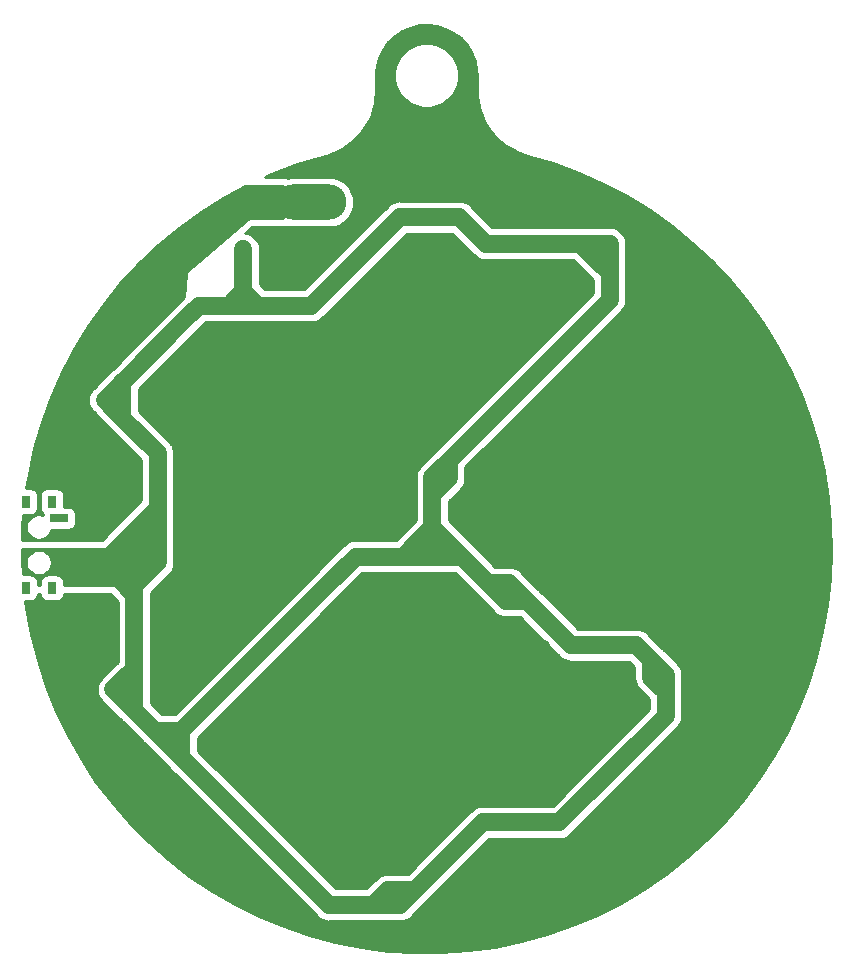
<source format=gbr>
%TF.GenerationSoftware,KiCad,Pcbnew,(5.1.10)-1*%
%TF.CreationDate,2021-10-17T16:42:44+02:00*%
%TF.ProjectId,TVZ_kuglica,54565a5f-6b75-4676-9c69-63612e6b6963,rev?*%
%TF.SameCoordinates,Original*%
%TF.FileFunction,Copper,L2,Bot*%
%TF.FilePolarity,Positive*%
%FSLAX46Y46*%
G04 Gerber Fmt 4.6, Leading zero omitted, Abs format (unit mm)*
G04 Created by KiCad (PCBNEW (5.1.10)-1) date 2021-10-17 16:42:44*
%MOMM*%
%LPD*%
G01*
G04 APERTURE LIST*
%TA.AperFunction,SMDPad,CuDef*%
%ADD10R,1.500000X0.700000*%
%TD*%
%TA.AperFunction,SMDPad,CuDef*%
%ADD11R,0.800000X1.000000*%
%TD*%
%TA.AperFunction,SMDPad,CuDef*%
%ADD12O,6.000000X3.000000*%
%TD*%
%TA.AperFunction,ViaPad*%
%ADD13C,0.800000*%
%TD*%
%TA.AperFunction,Conductor*%
%ADD14C,1.524000*%
%TD*%
%TA.AperFunction,Conductor*%
%ADD15C,0.762000*%
%TD*%
%TA.AperFunction,Conductor*%
%ADD16C,0.254000*%
%TD*%
%TA.AperFunction,Conductor*%
%ADD17C,0.100000*%
%TD*%
G04 APERTURE END LIST*
D10*
%TO.P,SW1,1*%
%TO.N,Net-(D1-Pad1)*%
X105930000Y-102000000D03*
%TO.P,SW1,2*%
%TO.N,VCC*%
X105930000Y-99000000D03*
%TO.P,SW1,3*%
%TO.N,Net-(SW1-Pad3)*%
X105930000Y-97500000D03*
D11*
%TO.P,SW1,*%
%TO.N,*%
X103070000Y-103400000D03*
X103070000Y-96100000D03*
X105280000Y-96100000D03*
X105280000Y-103400000D03*
%TD*%
D12*
%TO.P,BT1,1*%
%TO.N,VCC*%
X127250000Y-70750000D03*
%TO.P,BT1,2*%
%TO.N,GND*%
X146250000Y-70750000D03*
%TD*%
D13*
%TO.N,Net-(D1-Pad1)*%
X144000000Y-103000000D03*
X157250000Y-110750000D03*
X109750000Y-87500000D03*
X121500000Y-74750000D03*
X132500000Y-74250000D03*
X152500000Y-74250000D03*
X128500000Y-103250000D03*
X114250000Y-101250000D03*
X110500000Y-112000000D03*
X134750000Y-130250000D03*
X137500000Y-94000000D03*
%TO.N,GND*%
X155750000Y-76750000D03*
X130750000Y-73250000D03*
X120250000Y-84000000D03*
X126250000Y-93250000D03*
X120250000Y-105250000D03*
X127000000Y-101500000D03*
X112500000Y-118000000D03*
X118000000Y-110250000D03*
X138000000Y-112250000D03*
X149750000Y-117000000D03*
X147000000Y-108250000D03*
X165000000Y-105250000D03*
X161250000Y-117250000D03*
X155250000Y-97750000D03*
X157750000Y-90000000D03*
X143000000Y-99750000D03*
X161250000Y-110750000D03*
X132500000Y-103250000D03*
X148000000Y-103000000D03*
X114500000Y-112000000D03*
X118250000Y-101250000D03*
X113750000Y-87500000D03*
X136500000Y-74250000D03*
X156500000Y-74250000D03*
X125500000Y-74750000D03*
X134500000Y-132750000D03*
X122000000Y-129500000D03*
X138750000Y-130250000D03*
X141500000Y-94000000D03*
%TD*%
D14*
%TO.N,Net-(D1-Pad1)*%
X112250000Y-103250000D02*
X114250000Y-101250000D01*
X114250000Y-95250000D02*
X114250000Y-92000000D01*
X111250000Y-86000000D02*
X111375000Y-85875000D01*
X111375000Y-85875000D02*
X116750000Y-80500000D01*
X109750000Y-87500000D02*
X111375000Y-85875000D01*
X111250000Y-89000000D02*
X111250000Y-86000000D01*
X114250000Y-92000000D02*
X111250000Y-89000000D01*
X111250000Y-89000000D02*
X109750000Y-87500000D01*
X145500000Y-104500000D02*
X143750000Y-104500000D01*
X143750000Y-104500000D02*
X142250000Y-103000000D01*
X144000000Y-103000000D02*
X142250000Y-103000000D01*
X145500000Y-104500000D02*
X144000000Y-103000000D01*
X134750000Y-72000000D02*
X132500000Y-74250000D01*
X139750000Y-72000000D02*
X134750000Y-72000000D01*
X142000000Y-74250000D02*
X139750000Y-72000000D01*
X117750000Y-79500000D02*
X116750000Y-80500000D01*
X127250000Y-79500000D02*
X132500000Y-74250000D01*
X119500000Y-79500000D02*
X119000000Y-79500000D01*
X117750000Y-79500000D02*
X119500000Y-79500000D01*
X149250000Y-108250000D02*
X147750000Y-106750000D01*
X147750000Y-106750000D02*
X145500000Y-104500000D01*
X153000000Y-108250000D02*
X149250000Y-108250000D01*
X154750000Y-108250000D02*
X153000000Y-108250000D01*
X112250000Y-101250000D02*
X114250000Y-99250000D01*
X112250000Y-103250000D02*
X112250000Y-101250000D01*
X114250000Y-99250000D02*
X114250000Y-95250000D01*
X114250000Y-101250000D02*
X114250000Y-99250000D01*
X121500000Y-79250000D02*
X121750000Y-79500000D01*
X119500000Y-79500000D02*
X121750000Y-79500000D01*
X119500000Y-79500000D02*
X120250000Y-79500000D01*
X121500000Y-78250000D02*
X121500000Y-79250000D01*
X120250000Y-79500000D02*
X121500000Y-78250000D01*
X121500000Y-74750000D02*
X121500000Y-78250000D01*
X121500000Y-78250000D02*
X122750000Y-79500000D01*
X122750000Y-79500000D02*
X127250000Y-79500000D01*
X121750000Y-79500000D02*
X122750000Y-79500000D01*
X112250000Y-110250000D02*
X110500000Y-112000000D01*
X112250000Y-103250000D02*
X112250000Y-110250000D01*
X131000000Y-100750000D02*
X128500000Y-103250000D01*
X142250000Y-103000000D02*
X140000000Y-100750000D01*
X128500000Y-103250000D02*
X116250000Y-115500000D01*
X112250000Y-110250000D02*
X112250000Y-113750000D01*
X114000000Y-115500000D02*
X116250000Y-115500000D01*
X112250000Y-113750000D02*
X114000000Y-115500000D01*
X110500000Y-112000000D02*
X112250000Y-113750000D01*
X116250000Y-117750000D02*
X116625000Y-118125000D01*
X116250000Y-115500000D02*
X116250000Y-117750000D01*
X116625000Y-118125000D02*
X114000000Y-115500000D01*
X128750000Y-130250000D02*
X116625000Y-118125000D01*
X140000000Y-100750000D02*
X137500000Y-100750000D01*
X140000000Y-100750000D02*
X137500000Y-98250000D01*
X137500000Y-98250000D02*
X137500000Y-100750000D01*
X137500000Y-98250000D02*
X135000000Y-100750000D01*
X135000000Y-100750000D02*
X131000000Y-100750000D01*
X137500000Y-100750000D02*
X135000000Y-100750000D01*
X138875000Y-92625000D02*
X138875000Y-94125000D01*
X137500000Y-95500000D02*
X137500000Y-98250000D01*
X138875000Y-94125000D02*
X137500000Y-95500000D01*
X137500000Y-94000000D02*
X137500000Y-95500000D01*
X152500000Y-79000000D02*
X138875000Y-92625000D01*
X138875000Y-92625000D02*
X137500000Y-94000000D01*
X150250000Y-74250000D02*
X150250000Y-74500000D01*
X152500000Y-76750000D02*
X152500000Y-79000000D01*
X150250000Y-74500000D02*
X152500000Y-76750000D01*
X152500000Y-74250000D02*
X152500000Y-76750000D01*
X152500000Y-74250000D02*
X150250000Y-74250000D01*
X150250000Y-74250000D02*
X142000000Y-74250000D01*
X157250000Y-114250000D02*
X148250000Y-123250000D01*
X148250000Y-123250000D02*
X141750000Y-123250000D01*
X133750000Y-129000000D02*
X132500000Y-130250000D01*
X132500000Y-130250000D02*
X128750000Y-130250000D01*
X134750000Y-130250000D02*
X132500000Y-130250000D01*
X136000000Y-129000000D02*
X133750000Y-129000000D01*
X141750000Y-123250000D02*
X136000000Y-129000000D01*
X136000000Y-129000000D02*
X134750000Y-130250000D01*
X156000000Y-111000000D02*
X157250000Y-112250000D01*
X156000000Y-109500000D02*
X156000000Y-111000000D01*
X157250000Y-112250000D02*
X157250000Y-114250000D01*
X157250000Y-110750000D02*
X157250000Y-112250000D01*
X157250000Y-110750000D02*
X156000000Y-109500000D01*
X156000000Y-109500000D02*
X154750000Y-108250000D01*
D15*
%TO.N,VCC*%
X105930000Y-99000000D02*
X108750000Y-99000000D01*
X108750000Y-99000000D02*
X109750000Y-98000000D01*
X109750000Y-98000000D02*
X109750000Y-94000000D01*
X109750000Y-94000000D02*
X107250000Y-91500000D01*
X107250000Y-91500000D02*
X107250000Y-86000000D01*
X107250000Y-86000000D02*
X113500000Y-79750000D01*
X113500000Y-79750000D02*
X113500000Y-77000000D01*
X119750000Y-70750000D02*
X126500000Y-70750000D01*
X113500000Y-77000000D02*
X119750000Y-70750000D01*
%TD*%
D16*
%TO.N,GND*%
X137886138Y-55831059D02*
X138610388Y-56053867D01*
X139283738Y-56401409D01*
X139884901Y-56862699D01*
X140394872Y-57423149D01*
X140797540Y-58065057D01*
X141080170Y-58768122D01*
X141236190Y-59521513D01*
X141265000Y-60021169D01*
X141265001Y-61306272D01*
X141266298Y-61319440D01*
X141278413Y-61656049D01*
X141278863Y-61659632D01*
X141278707Y-61663242D01*
X141287438Y-61747410D01*
X141429908Y-62624862D01*
X141435629Y-62647269D01*
X141438736Y-62670183D01*
X141462234Y-62751474D01*
X141757835Y-63589830D01*
X141767433Y-63610870D01*
X141774549Y-63632871D01*
X141812059Y-63708691D01*
X141812071Y-63708717D01*
X141812077Y-63708725D01*
X142251461Y-64481476D01*
X142264630Y-64500478D01*
X142275533Y-64520879D01*
X142325894Y-64588881D01*
X142895182Y-65271616D01*
X142911512Y-65287990D01*
X142925851Y-65306132D01*
X142987458Y-65364142D01*
X143668651Y-65935276D01*
X143687625Y-65948502D01*
X143704950Y-65963817D01*
X143775855Y-66010000D01*
X144547423Y-66451478D01*
X144568436Y-66461133D01*
X144588200Y-66473139D01*
X144666163Y-66506036D01*
X145503715Y-66803905D01*
X145508021Y-66805017D01*
X145525587Y-66811299D01*
X145542755Y-66816572D01*
X147746053Y-67464098D01*
X149878711Y-68247813D01*
X151954729Y-69171140D01*
X153965017Y-70230036D01*
X155900673Y-71419812D01*
X157753239Y-72735268D01*
X159514561Y-74170616D01*
X161176886Y-75719540D01*
X162732884Y-77375207D01*
X164175738Y-79130360D01*
X165499106Y-80977290D01*
X166697162Y-82907865D01*
X167764630Y-84913581D01*
X168696830Y-86985643D01*
X169489658Y-89114933D01*
X170139624Y-91292080D01*
X170643873Y-93507517D01*
X171000188Y-95751501D01*
X171207004Y-98014175D01*
X171263407Y-100285560D01*
X171169153Y-102555700D01*
X170924654Y-104814605D01*
X170530986Y-107052337D01*
X169989882Y-109259064D01*
X169303718Y-111425077D01*
X168475512Y-113540851D01*
X167508906Y-115597090D01*
X166408155Y-117584736D01*
X165178083Y-119495080D01*
X163824120Y-121319689D01*
X162352204Y-123050560D01*
X160768823Y-124680064D01*
X159080926Y-126201055D01*
X157295931Y-127606843D01*
X155421695Y-128891239D01*
X153466456Y-130048599D01*
X151438820Y-131073832D01*
X149347702Y-131962428D01*
X147202263Y-132710493D01*
X145011999Y-133314718D01*
X142786467Y-133772464D01*
X140535523Y-134081705D01*
X138269022Y-134241089D01*
X135996953Y-134249911D01*
X133729262Y-134108134D01*
X131475992Y-133816385D01*
X129246983Y-133375938D01*
X127052076Y-132788738D01*
X124900917Y-132057366D01*
X122802939Y-131185029D01*
X120767401Y-130175574D01*
X118803237Y-129033435D01*
X116919085Y-127763634D01*
X115123223Y-126371749D01*
X113423564Y-124863914D01*
X111827572Y-123246751D01*
X110342263Y-121527368D01*
X108974171Y-119713331D01*
X107729304Y-117812605D01*
X106613144Y-115833557D01*
X105630601Y-113784897D01*
X104785986Y-111675609D01*
X104083026Y-109515005D01*
X103524797Y-107312547D01*
X103113763Y-105077935D01*
X103051083Y-104538072D01*
X103470000Y-104538072D01*
X103594482Y-104525812D01*
X103714180Y-104489502D01*
X103824494Y-104430537D01*
X103921185Y-104351185D01*
X104000537Y-104254494D01*
X104059502Y-104144180D01*
X104095812Y-104024482D01*
X104108072Y-103900000D01*
X104108072Y-103885000D01*
X104241928Y-103885000D01*
X104241928Y-103900000D01*
X104254188Y-104024482D01*
X104290498Y-104144180D01*
X104349463Y-104254494D01*
X104428815Y-104351185D01*
X104525506Y-104430537D01*
X104635820Y-104489502D01*
X104755518Y-104525812D01*
X104880000Y-104538072D01*
X105680000Y-104538072D01*
X105804482Y-104525812D01*
X105924180Y-104489502D01*
X106034494Y-104430537D01*
X106131185Y-104351185D01*
X106210537Y-104254494D01*
X106269502Y-104144180D01*
X106305812Y-104024482D01*
X106318072Y-103900000D01*
X106318072Y-103885000D01*
X110211858Y-103885000D01*
X110853000Y-104617734D01*
X110853001Y-109671343D01*
X109560698Y-110963647D01*
X109507393Y-111007393D01*
X109404682Y-111132547D01*
X109332818Y-111220114D01*
X109203097Y-111462805D01*
X109123214Y-111726141D01*
X109096241Y-112000000D01*
X109123214Y-112273859D01*
X109203097Y-112537195D01*
X109332818Y-112779886D01*
X109507393Y-112992607D01*
X109560698Y-113036353D01*
X111213646Y-114689302D01*
X111257393Y-114742608D01*
X111310704Y-114786359D01*
X112963640Y-116439296D01*
X113007392Y-116492608D01*
X113060709Y-116536364D01*
X115213645Y-118689301D01*
X115257393Y-118742608D01*
X115310699Y-118786355D01*
X115685702Y-119161358D01*
X127713645Y-131189302D01*
X127757392Y-131242608D01*
X127970113Y-131417183D01*
X128212805Y-131546904D01*
X128471868Y-131625490D01*
X128476140Y-131626786D01*
X128749999Y-131653759D01*
X128818624Y-131647000D01*
X132431375Y-131647000D01*
X132500000Y-131653759D01*
X132568625Y-131647000D01*
X134681375Y-131647000D01*
X134750000Y-131653759D01*
X134818625Y-131647000D01*
X135023860Y-131626786D01*
X135287195Y-131546904D01*
X135529887Y-131417183D01*
X135742608Y-131242608D01*
X135786364Y-131189292D01*
X136939296Y-130036360D01*
X136992608Y-129992608D01*
X137036364Y-129939291D01*
X142328656Y-124647000D01*
X148181375Y-124647000D01*
X148250000Y-124653759D01*
X148318625Y-124647000D01*
X148523860Y-124626786D01*
X148787195Y-124546904D01*
X149029887Y-124417183D01*
X149242608Y-124242608D01*
X149286364Y-124189291D01*
X158189302Y-115286355D01*
X158242608Y-115242608D01*
X158417183Y-115029887D01*
X158546904Y-114787195D01*
X158626786Y-114523860D01*
X158631802Y-114472931D01*
X158653759Y-114250001D01*
X158647000Y-114181376D01*
X158647000Y-112318625D01*
X158653759Y-112250000D01*
X158647000Y-112181375D01*
X158647000Y-110818625D01*
X158653759Y-110750000D01*
X158626786Y-110476140D01*
X158612106Y-110427746D01*
X158546904Y-110212805D01*
X158417183Y-109970113D01*
X158242607Y-109757392D01*
X158189301Y-109713645D01*
X157036359Y-108560704D01*
X156992607Y-108507392D01*
X156939301Y-108463645D01*
X155786364Y-107310708D01*
X155742608Y-107257392D01*
X155529887Y-107082817D01*
X155287195Y-106953096D01*
X155023860Y-106873214D01*
X154818625Y-106853000D01*
X154750000Y-106846241D01*
X154681375Y-106853000D01*
X149828656Y-106853000D01*
X148786357Y-105810702D01*
X148786353Y-105810697D01*
X146536364Y-103560709D01*
X146492608Y-103507392D01*
X146439302Y-103463645D01*
X145036363Y-102060708D01*
X144992608Y-102007392D01*
X144779887Y-101832817D01*
X144537195Y-101703096D01*
X144273860Y-101623214D01*
X144068625Y-101603000D01*
X144000000Y-101596241D01*
X143931375Y-101603000D01*
X142828656Y-101603000D01*
X141036364Y-99810709D01*
X140992608Y-99757392D01*
X140939296Y-99713641D01*
X138897000Y-97671345D01*
X138897000Y-96078655D01*
X139814296Y-95161360D01*
X139867608Y-95117608D01*
X140042183Y-94904887D01*
X140063503Y-94865000D01*
X140171904Y-94662196D01*
X140251786Y-94398860D01*
X140278759Y-94125000D01*
X140272000Y-94056375D01*
X140272000Y-93203655D01*
X153439297Y-80036359D01*
X153492608Y-79992608D01*
X153667183Y-79779887D01*
X153796904Y-79537195D01*
X153876786Y-79273860D01*
X153897000Y-79068625D01*
X153903759Y-79000000D01*
X153897000Y-78931375D01*
X153897000Y-76818632D01*
X153903760Y-76750000D01*
X153897000Y-76681367D01*
X153897000Y-74318625D01*
X153903759Y-74250000D01*
X153876786Y-73976140D01*
X153796904Y-73712805D01*
X153667183Y-73470113D01*
X153492608Y-73257392D01*
X153279887Y-73082817D01*
X153037195Y-72953096D01*
X152773860Y-72873214D01*
X152568625Y-72853000D01*
X152500000Y-72846241D01*
X152431375Y-72853000D01*
X150318625Y-72853000D01*
X150250000Y-72846241D01*
X150181375Y-72853000D01*
X142578656Y-72853000D01*
X140786364Y-71060709D01*
X140742608Y-71007392D01*
X140529887Y-70832817D01*
X140287195Y-70703096D01*
X140023860Y-70623214D01*
X139818625Y-70603000D01*
X139750000Y-70596241D01*
X139681375Y-70603000D01*
X134818632Y-70603000D01*
X134750000Y-70596240D01*
X134476140Y-70623214D01*
X134212804Y-70703096D01*
X134018967Y-70806704D01*
X133970113Y-70832817D01*
X133757392Y-71007392D01*
X133713641Y-71060704D01*
X131560707Y-73213638D01*
X131560696Y-73213647D01*
X126671345Y-78103000D01*
X123328656Y-78103000D01*
X122897000Y-77671345D01*
X122897000Y-74681375D01*
X122876786Y-74476140D01*
X122796904Y-74212805D01*
X122667183Y-73970113D01*
X122492607Y-73757392D01*
X122279886Y-73582817D01*
X122037194Y-73453096D01*
X121773859Y-73373214D01*
X121676506Y-73363625D01*
X122234902Y-72885000D01*
X125000000Y-72885000D01*
X125123882Y-72872799D01*
X125243004Y-72836664D01*
X125254212Y-72830673D01*
X125331467Y-72854108D01*
X125645118Y-72885000D01*
X128854882Y-72885000D01*
X129168533Y-72854108D01*
X129570982Y-72732026D01*
X129941881Y-72533777D01*
X130266977Y-72266977D01*
X130533777Y-71941881D01*
X130732026Y-71570982D01*
X130854108Y-71168533D01*
X130895330Y-70750000D01*
X130854108Y-70331467D01*
X130732026Y-69929018D01*
X130533777Y-69558119D01*
X130266977Y-69233023D01*
X129941881Y-68966223D01*
X129570982Y-68767974D01*
X129168533Y-68645892D01*
X128854882Y-68615000D01*
X125645118Y-68615000D01*
X125331467Y-68645892D01*
X125254212Y-68669327D01*
X125243004Y-68663336D01*
X125123882Y-68627201D01*
X125000000Y-68615000D01*
X123288837Y-68615000D01*
X123875077Y-68348792D01*
X126001593Y-67548534D01*
X128186747Y-66887862D01*
X128436510Y-66822338D01*
X128452528Y-66817563D01*
X128459226Y-66815987D01*
X128804024Y-66713600D01*
X128807380Y-66712269D01*
X128810916Y-66711517D01*
X128890228Y-66682021D01*
X129704199Y-66324712D01*
X129724464Y-66313571D01*
X129745874Y-66304834D01*
X129818696Y-66261767D01*
X129818710Y-66261759D01*
X129818715Y-66261755D01*
X130556543Y-65765956D01*
X130574511Y-65751406D01*
X130594041Y-65739012D01*
X130658097Y-65683720D01*
X131296470Y-65065093D01*
X131311582Y-65047586D01*
X131328603Y-65031934D01*
X131381840Y-64966192D01*
X131381856Y-64966173D01*
X131381861Y-64966165D01*
X131900590Y-64244277D01*
X131912363Y-64224370D01*
X131926343Y-64205952D01*
X131967109Y-64131800D01*
X132349809Y-63329453D01*
X132357869Y-63307780D01*
X132368369Y-63287173D01*
X132395359Y-63206974D01*
X132629927Y-62349538D01*
X132634022Y-62326778D01*
X132640706Y-62304640D01*
X132653067Y-62220928D01*
X132731782Y-61338949D01*
X132735000Y-61306272D01*
X132735000Y-60032731D01*
X132762021Y-59729963D01*
X134258266Y-59729963D01*
X134258266Y-60270037D01*
X134363629Y-60799734D01*
X134570307Y-61298698D01*
X134870356Y-61747753D01*
X135252247Y-62129644D01*
X135701302Y-62429693D01*
X136200266Y-62636371D01*
X136729963Y-62741734D01*
X137270037Y-62741734D01*
X137799734Y-62636371D01*
X138298698Y-62429693D01*
X138747753Y-62129644D01*
X139129644Y-61747753D01*
X139429693Y-61298698D01*
X139636371Y-60799734D01*
X139741734Y-60270037D01*
X139741734Y-59729963D01*
X139636371Y-59200266D01*
X139429693Y-58701302D01*
X139129644Y-58252247D01*
X138747753Y-57870356D01*
X138298698Y-57570307D01*
X137799734Y-57363629D01*
X137270037Y-57258266D01*
X136729963Y-57258266D01*
X136200266Y-57363629D01*
X135701302Y-57570307D01*
X135252247Y-57870356D01*
X134870356Y-58252247D01*
X134570307Y-58701302D01*
X134363629Y-59200266D01*
X134258266Y-59729963D01*
X132762021Y-59729963D01*
X132805281Y-59245253D01*
X133005231Y-58514357D01*
X133331450Y-57830425D01*
X133773626Y-57215072D01*
X134317789Y-56687741D01*
X134946726Y-56265114D01*
X135640570Y-55960537D01*
X136377386Y-55783643D01*
X137133871Y-55740024D01*
X137886138Y-55831059D01*
%TA.AperFunction,Conductor*%
D17*
G36*
X137886138Y-55831059D02*
G01*
X138610388Y-56053867D01*
X139283738Y-56401409D01*
X139884901Y-56862699D01*
X140394872Y-57423149D01*
X140797540Y-58065057D01*
X141080170Y-58768122D01*
X141236190Y-59521513D01*
X141265000Y-60021169D01*
X141265001Y-61306272D01*
X141266298Y-61319440D01*
X141278413Y-61656049D01*
X141278863Y-61659632D01*
X141278707Y-61663242D01*
X141287438Y-61747410D01*
X141429908Y-62624862D01*
X141435629Y-62647269D01*
X141438736Y-62670183D01*
X141462234Y-62751474D01*
X141757835Y-63589830D01*
X141767433Y-63610870D01*
X141774549Y-63632871D01*
X141812059Y-63708691D01*
X141812071Y-63708717D01*
X141812077Y-63708725D01*
X142251461Y-64481476D01*
X142264630Y-64500478D01*
X142275533Y-64520879D01*
X142325894Y-64588881D01*
X142895182Y-65271616D01*
X142911512Y-65287990D01*
X142925851Y-65306132D01*
X142987458Y-65364142D01*
X143668651Y-65935276D01*
X143687625Y-65948502D01*
X143704950Y-65963817D01*
X143775855Y-66010000D01*
X144547423Y-66451478D01*
X144568436Y-66461133D01*
X144588200Y-66473139D01*
X144666163Y-66506036D01*
X145503715Y-66803905D01*
X145508021Y-66805017D01*
X145525587Y-66811299D01*
X145542755Y-66816572D01*
X147746053Y-67464098D01*
X149878711Y-68247813D01*
X151954729Y-69171140D01*
X153965017Y-70230036D01*
X155900673Y-71419812D01*
X157753239Y-72735268D01*
X159514561Y-74170616D01*
X161176886Y-75719540D01*
X162732884Y-77375207D01*
X164175738Y-79130360D01*
X165499106Y-80977290D01*
X166697162Y-82907865D01*
X167764630Y-84913581D01*
X168696830Y-86985643D01*
X169489658Y-89114933D01*
X170139624Y-91292080D01*
X170643873Y-93507517D01*
X171000188Y-95751501D01*
X171207004Y-98014175D01*
X171263407Y-100285560D01*
X171169153Y-102555700D01*
X170924654Y-104814605D01*
X170530986Y-107052337D01*
X169989882Y-109259064D01*
X169303718Y-111425077D01*
X168475512Y-113540851D01*
X167508906Y-115597090D01*
X166408155Y-117584736D01*
X165178083Y-119495080D01*
X163824120Y-121319689D01*
X162352204Y-123050560D01*
X160768823Y-124680064D01*
X159080926Y-126201055D01*
X157295931Y-127606843D01*
X155421695Y-128891239D01*
X153466456Y-130048599D01*
X151438820Y-131073832D01*
X149347702Y-131962428D01*
X147202263Y-132710493D01*
X145011999Y-133314718D01*
X142786467Y-133772464D01*
X140535523Y-134081705D01*
X138269022Y-134241089D01*
X135996953Y-134249911D01*
X133729262Y-134108134D01*
X131475992Y-133816385D01*
X129246983Y-133375938D01*
X127052076Y-132788738D01*
X124900917Y-132057366D01*
X122802939Y-131185029D01*
X120767401Y-130175574D01*
X118803237Y-129033435D01*
X116919085Y-127763634D01*
X115123223Y-126371749D01*
X113423564Y-124863914D01*
X111827572Y-123246751D01*
X110342263Y-121527368D01*
X108974171Y-119713331D01*
X107729304Y-117812605D01*
X106613144Y-115833557D01*
X105630601Y-113784897D01*
X104785986Y-111675609D01*
X104083026Y-109515005D01*
X103524797Y-107312547D01*
X103113763Y-105077935D01*
X103051083Y-104538072D01*
X103470000Y-104538072D01*
X103594482Y-104525812D01*
X103714180Y-104489502D01*
X103824494Y-104430537D01*
X103921185Y-104351185D01*
X104000537Y-104254494D01*
X104059502Y-104144180D01*
X104095812Y-104024482D01*
X104108072Y-103900000D01*
X104108072Y-103885000D01*
X104241928Y-103885000D01*
X104241928Y-103900000D01*
X104254188Y-104024482D01*
X104290498Y-104144180D01*
X104349463Y-104254494D01*
X104428815Y-104351185D01*
X104525506Y-104430537D01*
X104635820Y-104489502D01*
X104755518Y-104525812D01*
X104880000Y-104538072D01*
X105680000Y-104538072D01*
X105804482Y-104525812D01*
X105924180Y-104489502D01*
X106034494Y-104430537D01*
X106131185Y-104351185D01*
X106210537Y-104254494D01*
X106269502Y-104144180D01*
X106305812Y-104024482D01*
X106318072Y-103900000D01*
X106318072Y-103885000D01*
X110211858Y-103885000D01*
X110853000Y-104617734D01*
X110853001Y-109671343D01*
X109560698Y-110963647D01*
X109507393Y-111007393D01*
X109404682Y-111132547D01*
X109332818Y-111220114D01*
X109203097Y-111462805D01*
X109123214Y-111726141D01*
X109096241Y-112000000D01*
X109123214Y-112273859D01*
X109203097Y-112537195D01*
X109332818Y-112779886D01*
X109507393Y-112992607D01*
X109560698Y-113036353D01*
X111213646Y-114689302D01*
X111257393Y-114742608D01*
X111310704Y-114786359D01*
X112963640Y-116439296D01*
X113007392Y-116492608D01*
X113060709Y-116536364D01*
X115213645Y-118689301D01*
X115257393Y-118742608D01*
X115310699Y-118786355D01*
X115685702Y-119161358D01*
X127713645Y-131189302D01*
X127757392Y-131242608D01*
X127970113Y-131417183D01*
X128212805Y-131546904D01*
X128471868Y-131625490D01*
X128476140Y-131626786D01*
X128749999Y-131653759D01*
X128818624Y-131647000D01*
X132431375Y-131647000D01*
X132500000Y-131653759D01*
X132568625Y-131647000D01*
X134681375Y-131647000D01*
X134750000Y-131653759D01*
X134818625Y-131647000D01*
X135023860Y-131626786D01*
X135287195Y-131546904D01*
X135529887Y-131417183D01*
X135742608Y-131242608D01*
X135786364Y-131189292D01*
X136939296Y-130036360D01*
X136992608Y-129992608D01*
X137036364Y-129939291D01*
X142328656Y-124647000D01*
X148181375Y-124647000D01*
X148250000Y-124653759D01*
X148318625Y-124647000D01*
X148523860Y-124626786D01*
X148787195Y-124546904D01*
X149029887Y-124417183D01*
X149242608Y-124242608D01*
X149286364Y-124189291D01*
X158189302Y-115286355D01*
X158242608Y-115242608D01*
X158417183Y-115029887D01*
X158546904Y-114787195D01*
X158626786Y-114523860D01*
X158631802Y-114472931D01*
X158653759Y-114250001D01*
X158647000Y-114181376D01*
X158647000Y-112318625D01*
X158653759Y-112250000D01*
X158647000Y-112181375D01*
X158647000Y-110818625D01*
X158653759Y-110750000D01*
X158626786Y-110476140D01*
X158612106Y-110427746D01*
X158546904Y-110212805D01*
X158417183Y-109970113D01*
X158242607Y-109757392D01*
X158189301Y-109713645D01*
X157036359Y-108560704D01*
X156992607Y-108507392D01*
X156939301Y-108463645D01*
X155786364Y-107310708D01*
X155742608Y-107257392D01*
X155529887Y-107082817D01*
X155287195Y-106953096D01*
X155023860Y-106873214D01*
X154818625Y-106853000D01*
X154750000Y-106846241D01*
X154681375Y-106853000D01*
X149828656Y-106853000D01*
X148786357Y-105810702D01*
X148786353Y-105810697D01*
X146536364Y-103560709D01*
X146492608Y-103507392D01*
X146439302Y-103463645D01*
X145036363Y-102060708D01*
X144992608Y-102007392D01*
X144779887Y-101832817D01*
X144537195Y-101703096D01*
X144273860Y-101623214D01*
X144068625Y-101603000D01*
X144000000Y-101596241D01*
X143931375Y-101603000D01*
X142828656Y-101603000D01*
X141036364Y-99810709D01*
X140992608Y-99757392D01*
X140939296Y-99713641D01*
X138897000Y-97671345D01*
X138897000Y-96078655D01*
X139814296Y-95161360D01*
X139867608Y-95117608D01*
X140042183Y-94904887D01*
X140063503Y-94865000D01*
X140171904Y-94662196D01*
X140251786Y-94398860D01*
X140278759Y-94125000D01*
X140272000Y-94056375D01*
X140272000Y-93203655D01*
X153439297Y-80036359D01*
X153492608Y-79992608D01*
X153667183Y-79779887D01*
X153796904Y-79537195D01*
X153876786Y-79273860D01*
X153897000Y-79068625D01*
X153903759Y-79000000D01*
X153897000Y-78931375D01*
X153897000Y-76818632D01*
X153903760Y-76750000D01*
X153897000Y-76681367D01*
X153897000Y-74318625D01*
X153903759Y-74250000D01*
X153876786Y-73976140D01*
X153796904Y-73712805D01*
X153667183Y-73470113D01*
X153492608Y-73257392D01*
X153279887Y-73082817D01*
X153037195Y-72953096D01*
X152773860Y-72873214D01*
X152568625Y-72853000D01*
X152500000Y-72846241D01*
X152431375Y-72853000D01*
X150318625Y-72853000D01*
X150250000Y-72846241D01*
X150181375Y-72853000D01*
X142578656Y-72853000D01*
X140786364Y-71060709D01*
X140742608Y-71007392D01*
X140529887Y-70832817D01*
X140287195Y-70703096D01*
X140023860Y-70623214D01*
X139818625Y-70603000D01*
X139750000Y-70596241D01*
X139681375Y-70603000D01*
X134818632Y-70603000D01*
X134750000Y-70596240D01*
X134476140Y-70623214D01*
X134212804Y-70703096D01*
X134018967Y-70806704D01*
X133970113Y-70832817D01*
X133757392Y-71007392D01*
X133713641Y-71060704D01*
X131560707Y-73213638D01*
X131560696Y-73213647D01*
X126671345Y-78103000D01*
X123328656Y-78103000D01*
X122897000Y-77671345D01*
X122897000Y-74681375D01*
X122876786Y-74476140D01*
X122796904Y-74212805D01*
X122667183Y-73970113D01*
X122492607Y-73757392D01*
X122279886Y-73582817D01*
X122037194Y-73453096D01*
X121773859Y-73373214D01*
X121676506Y-73363625D01*
X122234902Y-72885000D01*
X125000000Y-72885000D01*
X125123882Y-72872799D01*
X125243004Y-72836664D01*
X125254212Y-72830673D01*
X125331467Y-72854108D01*
X125645118Y-72885000D01*
X128854882Y-72885000D01*
X129168533Y-72854108D01*
X129570982Y-72732026D01*
X129941881Y-72533777D01*
X130266977Y-72266977D01*
X130533777Y-71941881D01*
X130732026Y-71570982D01*
X130854108Y-71168533D01*
X130895330Y-70750000D01*
X130854108Y-70331467D01*
X130732026Y-69929018D01*
X130533777Y-69558119D01*
X130266977Y-69233023D01*
X129941881Y-68966223D01*
X129570982Y-68767974D01*
X129168533Y-68645892D01*
X128854882Y-68615000D01*
X125645118Y-68615000D01*
X125331467Y-68645892D01*
X125254212Y-68669327D01*
X125243004Y-68663336D01*
X125123882Y-68627201D01*
X125000000Y-68615000D01*
X123288837Y-68615000D01*
X123875077Y-68348792D01*
X126001593Y-67548534D01*
X128186747Y-66887862D01*
X128436510Y-66822338D01*
X128452528Y-66817563D01*
X128459226Y-66815987D01*
X128804024Y-66713600D01*
X128807380Y-66712269D01*
X128810916Y-66711517D01*
X128890228Y-66682021D01*
X129704199Y-66324712D01*
X129724464Y-66313571D01*
X129745874Y-66304834D01*
X129818696Y-66261767D01*
X129818710Y-66261759D01*
X129818715Y-66261755D01*
X130556543Y-65765956D01*
X130574511Y-65751406D01*
X130594041Y-65739012D01*
X130658097Y-65683720D01*
X131296470Y-65065093D01*
X131311582Y-65047586D01*
X131328603Y-65031934D01*
X131381840Y-64966192D01*
X131381856Y-64966173D01*
X131381861Y-64966165D01*
X131900590Y-64244277D01*
X131912363Y-64224370D01*
X131926343Y-64205952D01*
X131967109Y-64131800D01*
X132349809Y-63329453D01*
X132357869Y-63307780D01*
X132368369Y-63287173D01*
X132395359Y-63206974D01*
X132629927Y-62349538D01*
X132634022Y-62326778D01*
X132640706Y-62304640D01*
X132653067Y-62220928D01*
X132731782Y-61338949D01*
X132735000Y-61306272D01*
X132735000Y-60032731D01*
X132762021Y-59729963D01*
X134258266Y-59729963D01*
X134258266Y-60270037D01*
X134363629Y-60799734D01*
X134570307Y-61298698D01*
X134870356Y-61747753D01*
X135252247Y-62129644D01*
X135701302Y-62429693D01*
X136200266Y-62636371D01*
X136729963Y-62741734D01*
X137270037Y-62741734D01*
X137799734Y-62636371D01*
X138298698Y-62429693D01*
X138747753Y-62129644D01*
X139129644Y-61747753D01*
X139429693Y-61298698D01*
X139636371Y-60799734D01*
X139741734Y-60270037D01*
X139741734Y-59729963D01*
X139636371Y-59200266D01*
X139429693Y-58701302D01*
X139129644Y-58252247D01*
X138747753Y-57870356D01*
X138298698Y-57570307D01*
X137799734Y-57363629D01*
X137270037Y-57258266D01*
X136729963Y-57258266D01*
X136200266Y-57363629D01*
X135701302Y-57570307D01*
X135252247Y-57870356D01*
X134870356Y-58252247D01*
X134570307Y-58701302D01*
X134363629Y-59200266D01*
X134258266Y-59729963D01*
X132762021Y-59729963D01*
X132805281Y-59245253D01*
X133005231Y-58514357D01*
X133331450Y-57830425D01*
X133773626Y-57215072D01*
X134317789Y-56687741D01*
X134946726Y-56265114D01*
X135640570Y-55960537D01*
X136377386Y-55783643D01*
X137133871Y-55740024D01*
X137886138Y-55831059D01*
G37*
%TD.AperFunction*%
D16*
X135000000Y-102153759D02*
X135068625Y-102147000D01*
X137431375Y-102147000D01*
X137500000Y-102153759D01*
X137568625Y-102147000D01*
X139421345Y-102147000D01*
X141213641Y-103939296D01*
X141257392Y-103992608D01*
X141310708Y-104036363D01*
X142713645Y-105439302D01*
X142757392Y-105492608D01*
X142970113Y-105667183D01*
X143212805Y-105796904D01*
X143431930Y-105863375D01*
X143476140Y-105876786D01*
X143749999Y-105903759D01*
X143818624Y-105897000D01*
X144921345Y-105897000D01*
X146810697Y-107786353D01*
X146810702Y-107786357D01*
X148213645Y-109189302D01*
X148257392Y-109242608D01*
X148470113Y-109417183D01*
X148712805Y-109546904D01*
X148956766Y-109620909D01*
X148976140Y-109626786D01*
X149249999Y-109653759D01*
X149318624Y-109647000D01*
X154171345Y-109647000D01*
X154603000Y-110078656D01*
X154603000Y-110931375D01*
X154596241Y-111000000D01*
X154603000Y-111068625D01*
X154623214Y-111273860D01*
X154703097Y-111537195D01*
X154832818Y-111779887D01*
X155007393Y-111992608D01*
X155060704Y-112036359D01*
X155853000Y-112828656D01*
X155853001Y-113671342D01*
X147671345Y-121853000D01*
X141818625Y-121853000D01*
X141750000Y-121846241D01*
X141681375Y-121853000D01*
X141476140Y-121873214D01*
X141212805Y-121953096D01*
X140970113Y-122082817D01*
X140757392Y-122257392D01*
X140713641Y-122310703D01*
X135421345Y-127603000D01*
X133818625Y-127603000D01*
X133750000Y-127596241D01*
X133681375Y-127603000D01*
X133476140Y-127623214D01*
X133212805Y-127703096D01*
X132970113Y-127832817D01*
X132757392Y-128007392D01*
X132713640Y-128060704D01*
X131921345Y-128853000D01*
X129328657Y-128853000D01*
X117661358Y-117185702D01*
X117647000Y-117171344D01*
X117647000Y-116078655D01*
X129536353Y-104189304D01*
X129536362Y-104189293D01*
X131578656Y-102147000D01*
X134931375Y-102147000D01*
X135000000Y-102153759D01*
%TA.AperFunction,Conductor*%
D17*
G36*
X135000000Y-102153759D02*
G01*
X135068625Y-102147000D01*
X137431375Y-102147000D01*
X137500000Y-102153759D01*
X137568625Y-102147000D01*
X139421345Y-102147000D01*
X141213641Y-103939296D01*
X141257392Y-103992608D01*
X141310708Y-104036363D01*
X142713645Y-105439302D01*
X142757392Y-105492608D01*
X142970113Y-105667183D01*
X143212805Y-105796904D01*
X143431930Y-105863375D01*
X143476140Y-105876786D01*
X143749999Y-105903759D01*
X143818624Y-105897000D01*
X144921345Y-105897000D01*
X146810697Y-107786353D01*
X146810702Y-107786357D01*
X148213645Y-109189302D01*
X148257392Y-109242608D01*
X148470113Y-109417183D01*
X148712805Y-109546904D01*
X148956766Y-109620909D01*
X148976140Y-109626786D01*
X149249999Y-109653759D01*
X149318624Y-109647000D01*
X154171345Y-109647000D01*
X154603000Y-110078656D01*
X154603000Y-110931375D01*
X154596241Y-111000000D01*
X154603000Y-111068625D01*
X154623214Y-111273860D01*
X154703097Y-111537195D01*
X154832818Y-111779887D01*
X155007393Y-111992608D01*
X155060704Y-112036359D01*
X155853000Y-112828656D01*
X155853001Y-113671342D01*
X147671345Y-121853000D01*
X141818625Y-121853000D01*
X141750000Y-121846241D01*
X141681375Y-121853000D01*
X141476140Y-121873214D01*
X141212805Y-121953096D01*
X140970113Y-122082817D01*
X140757392Y-122257392D01*
X140713641Y-122310703D01*
X135421345Y-127603000D01*
X133818625Y-127603000D01*
X133750000Y-127596241D01*
X133681375Y-127603000D01*
X133476140Y-127623214D01*
X133212805Y-127703096D01*
X132970113Y-127832817D01*
X132757392Y-128007392D01*
X132713640Y-128060704D01*
X131921345Y-128853000D01*
X129328657Y-128853000D01*
X117661358Y-117185702D01*
X117647000Y-117171344D01*
X117647000Y-116078655D01*
X129536353Y-104189304D01*
X129536362Y-104189293D01*
X131578656Y-102147000D01*
X134931375Y-102147000D01*
X135000000Y-102153759D01*
G37*
%TD.AperFunction*%
D16*
X140963641Y-75189296D02*
X141007392Y-75242608D01*
X141211085Y-75409774D01*
X141220113Y-75417183D01*
X141462804Y-75546904D01*
X141726140Y-75626786D01*
X142000000Y-75653760D01*
X142068632Y-75647000D01*
X149421345Y-75647000D01*
X151103000Y-77328656D01*
X151103001Y-78421343D01*
X137935705Y-91588640D01*
X137882392Y-91632393D01*
X137838646Y-91685698D01*
X136560704Y-92963641D01*
X136507392Y-93007393D01*
X136332817Y-93220114D01*
X136203096Y-93462806D01*
X136145484Y-93652728D01*
X136123214Y-93726141D01*
X136096241Y-94000000D01*
X136103000Y-94068625D01*
X136103000Y-95431375D01*
X136096241Y-95500000D01*
X136103000Y-95568625D01*
X136103001Y-97671343D01*
X134421345Y-99353000D01*
X131068625Y-99353000D01*
X131000000Y-99346241D01*
X130931375Y-99353000D01*
X130726140Y-99373214D01*
X130462805Y-99453096D01*
X130220113Y-99582817D01*
X130007392Y-99757392D01*
X129963641Y-99810704D01*
X127560707Y-102213638D01*
X127560696Y-102213647D01*
X115671345Y-114103000D01*
X114578656Y-114103000D01*
X113647000Y-113171345D01*
X113647000Y-110318625D01*
X113653759Y-110250000D01*
X113647000Y-110181375D01*
X113647000Y-103828655D01*
X115189306Y-102286351D01*
X115242607Y-102242608D01*
X115287819Y-102187518D01*
X115371444Y-102085620D01*
X115417183Y-102029887D01*
X115546904Y-101787195D01*
X115626786Y-101523860D01*
X115647000Y-101318625D01*
X115647000Y-101318624D01*
X115653759Y-101250001D01*
X115647000Y-101181375D01*
X115647000Y-99318624D01*
X115653759Y-99250001D01*
X115647000Y-99181375D01*
X115647000Y-92068625D01*
X115653759Y-92000000D01*
X115637171Y-91831575D01*
X115626786Y-91726140D01*
X115573325Y-91549902D01*
X115546904Y-91462804D01*
X115417183Y-91220113D01*
X115409539Y-91210799D01*
X115242608Y-91007392D01*
X115189297Y-90963641D01*
X112647000Y-88421345D01*
X112647000Y-86578655D01*
X117786353Y-81439303D01*
X117786357Y-81439298D01*
X118328656Y-80897000D01*
X120181375Y-80897000D01*
X120250000Y-80903759D01*
X120318625Y-80897000D01*
X121681375Y-80897000D01*
X121749999Y-80903759D01*
X121818624Y-80897000D01*
X122681375Y-80897000D01*
X122750000Y-80903759D01*
X122818625Y-80897000D01*
X127181375Y-80897000D01*
X127250000Y-80903759D01*
X127318625Y-80897000D01*
X127523860Y-80876786D01*
X127787195Y-80796904D01*
X128029887Y-80667183D01*
X128242608Y-80492608D01*
X128286364Y-80439291D01*
X133536353Y-75189304D01*
X133536362Y-75189293D01*
X135328656Y-73397000D01*
X139171345Y-73397000D01*
X140963641Y-75189296D01*
%TA.AperFunction,Conductor*%
D17*
G36*
X140963641Y-75189296D02*
G01*
X141007392Y-75242608D01*
X141211085Y-75409774D01*
X141220113Y-75417183D01*
X141462804Y-75546904D01*
X141726140Y-75626786D01*
X142000000Y-75653760D01*
X142068632Y-75647000D01*
X149421345Y-75647000D01*
X151103000Y-77328656D01*
X151103001Y-78421343D01*
X137935705Y-91588640D01*
X137882392Y-91632393D01*
X137838646Y-91685698D01*
X136560704Y-92963641D01*
X136507392Y-93007393D01*
X136332817Y-93220114D01*
X136203096Y-93462806D01*
X136145484Y-93652728D01*
X136123214Y-93726141D01*
X136096241Y-94000000D01*
X136103000Y-94068625D01*
X136103000Y-95431375D01*
X136096241Y-95500000D01*
X136103000Y-95568625D01*
X136103001Y-97671343D01*
X134421345Y-99353000D01*
X131068625Y-99353000D01*
X131000000Y-99346241D01*
X130931375Y-99353000D01*
X130726140Y-99373214D01*
X130462805Y-99453096D01*
X130220113Y-99582817D01*
X130007392Y-99757392D01*
X129963641Y-99810704D01*
X127560707Y-102213638D01*
X127560696Y-102213647D01*
X115671345Y-114103000D01*
X114578656Y-114103000D01*
X113647000Y-113171345D01*
X113647000Y-110318625D01*
X113653759Y-110250000D01*
X113647000Y-110181375D01*
X113647000Y-103828655D01*
X115189306Y-102286351D01*
X115242607Y-102242608D01*
X115287819Y-102187518D01*
X115371444Y-102085620D01*
X115417183Y-102029887D01*
X115546904Y-101787195D01*
X115626786Y-101523860D01*
X115647000Y-101318625D01*
X115647000Y-101318624D01*
X115653759Y-101250001D01*
X115647000Y-101181375D01*
X115647000Y-99318624D01*
X115653759Y-99250001D01*
X115647000Y-99181375D01*
X115647000Y-92068625D01*
X115653759Y-92000000D01*
X115637171Y-91831575D01*
X115626786Y-91726140D01*
X115573325Y-91549902D01*
X115546904Y-91462804D01*
X115417183Y-91220113D01*
X115409539Y-91210799D01*
X115242608Y-91007392D01*
X115189297Y-90963641D01*
X112647000Y-88421345D01*
X112647000Y-86578655D01*
X117786353Y-81439303D01*
X117786357Y-81439298D01*
X118328656Y-80897000D01*
X120181375Y-80897000D01*
X120250000Y-80903759D01*
X120318625Y-80897000D01*
X121681375Y-80897000D01*
X121749999Y-80903759D01*
X121818624Y-80897000D01*
X122681375Y-80897000D01*
X122750000Y-80903759D01*
X122818625Y-80897000D01*
X127181375Y-80897000D01*
X127250000Y-80903759D01*
X127318625Y-80897000D01*
X127523860Y-80876786D01*
X127787195Y-80796904D01*
X128029887Y-80667183D01*
X128242608Y-80492608D01*
X128286364Y-80439291D01*
X133536353Y-75189304D01*
X133536362Y-75189293D01*
X135328656Y-73397000D01*
X139171345Y-73397000D01*
X140963641Y-75189296D01*
G37*
%TD.AperFunction*%
%TD*%
D16*
%TO.N,VCC*%
X124873000Y-72123000D02*
X122000000Y-72123000D01*
X121975224Y-72125440D01*
X121951399Y-72132667D01*
X121929443Y-72144403D01*
X121917349Y-72153574D01*
X116667349Y-76653574D01*
X116650126Y-76671552D01*
X116636740Y-76692543D01*
X116627707Y-76715743D01*
X116623247Y-76742078D01*
X116495979Y-78778365D01*
X115810702Y-79463643D01*
X115810697Y-79463647D01*
X110435702Y-84838643D01*
X110435697Y-84838647D01*
X110310699Y-84963645D01*
X110257393Y-85007392D01*
X110213646Y-85060698D01*
X108810698Y-86463647D01*
X108757393Y-86507393D01*
X108679676Y-86602092D01*
X108582818Y-86720114D01*
X108453097Y-86962805D01*
X108373214Y-87226141D01*
X108346241Y-87500000D01*
X108373214Y-87773859D01*
X108453097Y-88037195D01*
X108582818Y-88279886D01*
X108757393Y-88492607D01*
X108810698Y-88536353D01*
X110213649Y-89939306D01*
X110257392Y-89992607D01*
X110310694Y-90036351D01*
X110310696Y-90036353D01*
X110310707Y-90036362D01*
X112853001Y-92578657D01*
X112853000Y-95318624D01*
X112853001Y-95318634D01*
X112853001Y-95998973D01*
X109486974Y-99365000D01*
X102760092Y-99365000D01*
X102778607Y-98279882D01*
X102790035Y-98143137D01*
X103085000Y-98143137D01*
X103085000Y-98356863D01*
X103126696Y-98566483D01*
X103208485Y-98763940D01*
X103327225Y-98941647D01*
X103478353Y-99092775D01*
X103656060Y-99211515D01*
X103853517Y-99293304D01*
X104063137Y-99335000D01*
X104276863Y-99335000D01*
X104486483Y-99293304D01*
X104683940Y-99211515D01*
X104861647Y-99092775D01*
X105012775Y-98941647D01*
X105131515Y-98763940D01*
X105213304Y-98566483D01*
X105228901Y-98488072D01*
X106680000Y-98488072D01*
X106804482Y-98475812D01*
X106924180Y-98439502D01*
X107034494Y-98380537D01*
X107131185Y-98301185D01*
X107210537Y-98204494D01*
X107269502Y-98094180D01*
X107305812Y-97974482D01*
X107318072Y-97850000D01*
X107318072Y-97150000D01*
X107305812Y-97025518D01*
X107269502Y-96905820D01*
X107210537Y-96795506D01*
X107131185Y-96698815D01*
X107034494Y-96619463D01*
X106924180Y-96560498D01*
X106804482Y-96524188D01*
X106680000Y-96511928D01*
X106318072Y-96511928D01*
X106318072Y-95600000D01*
X106305812Y-95475518D01*
X106269502Y-95355820D01*
X106210537Y-95245506D01*
X106131185Y-95148815D01*
X106034494Y-95069463D01*
X105924180Y-95010498D01*
X105804482Y-94974188D01*
X105680000Y-94961928D01*
X104880000Y-94961928D01*
X104755518Y-94974188D01*
X104635820Y-95010498D01*
X104525506Y-95069463D01*
X104428815Y-95148815D01*
X104349463Y-95245506D01*
X104290498Y-95355820D01*
X104254188Y-95475518D01*
X104241928Y-95600000D01*
X104241928Y-96600000D01*
X104254188Y-96724482D01*
X104290498Y-96844180D01*
X104349463Y-96954494D01*
X104428815Y-97051185D01*
X104525506Y-97130537D01*
X104542928Y-97139849D01*
X104541928Y-97150000D01*
X104541928Y-97229662D01*
X104486483Y-97206696D01*
X104276863Y-97165000D01*
X104063137Y-97165000D01*
X103853517Y-97206696D01*
X103656060Y-97288485D01*
X103478353Y-97407225D01*
X103327225Y-97558353D01*
X103208485Y-97736060D01*
X103126696Y-97933517D01*
X103085000Y-98143137D01*
X102790035Y-98143137D01*
X102865678Y-97238072D01*
X103470000Y-97238072D01*
X103594482Y-97225812D01*
X103714180Y-97189502D01*
X103824494Y-97130537D01*
X103921185Y-97051185D01*
X104000537Y-96954494D01*
X104059502Y-96844180D01*
X104095812Y-96724482D01*
X104108072Y-96600000D01*
X104108072Y-95600000D01*
X104095812Y-95475518D01*
X104059502Y-95355820D01*
X104000537Y-95245506D01*
X103921185Y-95148815D01*
X103824494Y-95069463D01*
X103714180Y-95010498D01*
X103594482Y-94974188D01*
X103470000Y-94961928D01*
X103126785Y-94961928D01*
X103306719Y-93768999D01*
X103793749Y-91549706D01*
X104426782Y-89367594D01*
X105203052Y-87232203D01*
X106119133Y-85152960D01*
X107170992Y-83139015D01*
X108354015Y-81199200D01*
X109663000Y-79342048D01*
X111092189Y-77575730D01*
X112635284Y-75908027D01*
X114285522Y-74346247D01*
X116035631Y-72897273D01*
X117877934Y-71567463D01*
X119804304Y-70362683D01*
X121640863Y-69377000D01*
X124873000Y-69377000D01*
X124873000Y-72123000D01*
%TA.AperFunction,Conductor*%
D17*
G36*
X124873000Y-72123000D02*
G01*
X122000000Y-72123000D01*
X121975224Y-72125440D01*
X121951399Y-72132667D01*
X121929443Y-72144403D01*
X121917349Y-72153574D01*
X116667349Y-76653574D01*
X116650126Y-76671552D01*
X116636740Y-76692543D01*
X116627707Y-76715743D01*
X116623247Y-76742078D01*
X116495979Y-78778365D01*
X115810702Y-79463643D01*
X115810697Y-79463647D01*
X110435702Y-84838643D01*
X110435697Y-84838647D01*
X110310699Y-84963645D01*
X110257393Y-85007392D01*
X110213646Y-85060698D01*
X108810698Y-86463647D01*
X108757393Y-86507393D01*
X108679676Y-86602092D01*
X108582818Y-86720114D01*
X108453097Y-86962805D01*
X108373214Y-87226141D01*
X108346241Y-87500000D01*
X108373214Y-87773859D01*
X108453097Y-88037195D01*
X108582818Y-88279886D01*
X108757393Y-88492607D01*
X108810698Y-88536353D01*
X110213649Y-89939306D01*
X110257392Y-89992607D01*
X110310694Y-90036351D01*
X110310696Y-90036353D01*
X110310707Y-90036362D01*
X112853001Y-92578657D01*
X112853000Y-95318624D01*
X112853001Y-95318634D01*
X112853001Y-95998973D01*
X109486974Y-99365000D01*
X102760092Y-99365000D01*
X102778607Y-98279882D01*
X102790035Y-98143137D01*
X103085000Y-98143137D01*
X103085000Y-98356863D01*
X103126696Y-98566483D01*
X103208485Y-98763940D01*
X103327225Y-98941647D01*
X103478353Y-99092775D01*
X103656060Y-99211515D01*
X103853517Y-99293304D01*
X104063137Y-99335000D01*
X104276863Y-99335000D01*
X104486483Y-99293304D01*
X104683940Y-99211515D01*
X104861647Y-99092775D01*
X105012775Y-98941647D01*
X105131515Y-98763940D01*
X105213304Y-98566483D01*
X105228901Y-98488072D01*
X106680000Y-98488072D01*
X106804482Y-98475812D01*
X106924180Y-98439502D01*
X107034494Y-98380537D01*
X107131185Y-98301185D01*
X107210537Y-98204494D01*
X107269502Y-98094180D01*
X107305812Y-97974482D01*
X107318072Y-97850000D01*
X107318072Y-97150000D01*
X107305812Y-97025518D01*
X107269502Y-96905820D01*
X107210537Y-96795506D01*
X107131185Y-96698815D01*
X107034494Y-96619463D01*
X106924180Y-96560498D01*
X106804482Y-96524188D01*
X106680000Y-96511928D01*
X106318072Y-96511928D01*
X106318072Y-95600000D01*
X106305812Y-95475518D01*
X106269502Y-95355820D01*
X106210537Y-95245506D01*
X106131185Y-95148815D01*
X106034494Y-95069463D01*
X105924180Y-95010498D01*
X105804482Y-94974188D01*
X105680000Y-94961928D01*
X104880000Y-94961928D01*
X104755518Y-94974188D01*
X104635820Y-95010498D01*
X104525506Y-95069463D01*
X104428815Y-95148815D01*
X104349463Y-95245506D01*
X104290498Y-95355820D01*
X104254188Y-95475518D01*
X104241928Y-95600000D01*
X104241928Y-96600000D01*
X104254188Y-96724482D01*
X104290498Y-96844180D01*
X104349463Y-96954494D01*
X104428815Y-97051185D01*
X104525506Y-97130537D01*
X104542928Y-97139849D01*
X104541928Y-97150000D01*
X104541928Y-97229662D01*
X104486483Y-97206696D01*
X104276863Y-97165000D01*
X104063137Y-97165000D01*
X103853517Y-97206696D01*
X103656060Y-97288485D01*
X103478353Y-97407225D01*
X103327225Y-97558353D01*
X103208485Y-97736060D01*
X103126696Y-97933517D01*
X103085000Y-98143137D01*
X102790035Y-98143137D01*
X102865678Y-97238072D01*
X103470000Y-97238072D01*
X103594482Y-97225812D01*
X103714180Y-97189502D01*
X103824494Y-97130537D01*
X103921185Y-97051185D01*
X104000537Y-96954494D01*
X104059502Y-96844180D01*
X104095812Y-96724482D01*
X104108072Y-96600000D01*
X104108072Y-95600000D01*
X104095812Y-95475518D01*
X104059502Y-95355820D01*
X104000537Y-95245506D01*
X103921185Y-95148815D01*
X103824494Y-95069463D01*
X103714180Y-95010498D01*
X103594482Y-94974188D01*
X103470000Y-94961928D01*
X103126785Y-94961928D01*
X103306719Y-93768999D01*
X103793749Y-91549706D01*
X104426782Y-89367594D01*
X105203052Y-87232203D01*
X106119133Y-85152960D01*
X107170992Y-83139015D01*
X108354015Y-81199200D01*
X109663000Y-79342048D01*
X111092189Y-77575730D01*
X112635284Y-75908027D01*
X114285522Y-74346247D01*
X116035631Y-72897273D01*
X117877934Y-71567463D01*
X119804304Y-70362683D01*
X121640863Y-69377000D01*
X124873000Y-69377000D01*
X124873000Y-72123000D01*
G37*
%TD.AperFunction*%
%TD*%
D16*
%TO.N,Net-(D1-Pad1)*%
X114123000Y-101197394D02*
X112160197Y-103160197D01*
X112144403Y-103179443D01*
X112132667Y-103201399D01*
X112125440Y-103225224D01*
X112123000Y-103250000D01*
X112123000Y-104911996D01*
X110595577Y-103166370D01*
X110577425Y-103149331D01*
X110556298Y-103136160D01*
X110533007Y-103127364D01*
X110500000Y-103123000D01*
X106318072Y-103123000D01*
X106318072Y-102900000D01*
X106305812Y-102775518D01*
X106269502Y-102655820D01*
X106210537Y-102545506D01*
X106131185Y-102448815D01*
X106034494Y-102369463D01*
X105924180Y-102310498D01*
X105804482Y-102274188D01*
X105680000Y-102261928D01*
X104880000Y-102261928D01*
X104755518Y-102274188D01*
X104635820Y-102310498D01*
X104525506Y-102369463D01*
X104428815Y-102448815D01*
X104349463Y-102545506D01*
X104290498Y-102655820D01*
X104254188Y-102775518D01*
X104241928Y-102900000D01*
X104241928Y-103123000D01*
X104108072Y-103123000D01*
X104108072Y-102900000D01*
X104095812Y-102775518D01*
X104059502Y-102655820D01*
X104000537Y-102545506D01*
X103921185Y-102448815D01*
X103824494Y-102369463D01*
X103714180Y-102310498D01*
X103594482Y-102274188D01*
X103470000Y-102261928D01*
X102824164Y-102261928D01*
X102769006Y-101143137D01*
X103085000Y-101143137D01*
X103085000Y-101356863D01*
X103126696Y-101566483D01*
X103208485Y-101763940D01*
X103327225Y-101941647D01*
X103478353Y-102092775D01*
X103656060Y-102211515D01*
X103853517Y-102293304D01*
X104063137Y-102335000D01*
X104276863Y-102335000D01*
X104486483Y-102293304D01*
X104683940Y-102211515D01*
X104861647Y-102092775D01*
X105012775Y-101941647D01*
X105131515Y-101763940D01*
X105213304Y-101566483D01*
X105255000Y-101356863D01*
X105255000Y-101143137D01*
X105213304Y-100933517D01*
X105131515Y-100736060D01*
X105012775Y-100558353D01*
X104861647Y-100407225D01*
X104683940Y-100288485D01*
X104486483Y-100206696D01*
X104276863Y-100165000D01*
X104063137Y-100165000D01*
X103853517Y-100206696D01*
X103656060Y-100288485D01*
X103478353Y-100407225D01*
X103327225Y-100558353D01*
X103208485Y-100736060D01*
X103126696Y-100933517D01*
X103085000Y-101143137D01*
X102769006Y-101143137D01*
X102739845Y-100551658D01*
X102747091Y-100127000D01*
X109750000Y-100127000D01*
X109774776Y-100124560D01*
X109798601Y-100117333D01*
X109820557Y-100105597D01*
X109839803Y-100089803D01*
X114123000Y-95806606D01*
X114123000Y-101197394D01*
%TA.AperFunction,Conductor*%
D17*
G36*
X114123000Y-101197394D02*
G01*
X112160197Y-103160197D01*
X112144403Y-103179443D01*
X112132667Y-103201399D01*
X112125440Y-103225224D01*
X112123000Y-103250000D01*
X112123000Y-104911996D01*
X110595577Y-103166370D01*
X110577425Y-103149331D01*
X110556298Y-103136160D01*
X110533007Y-103127364D01*
X110500000Y-103123000D01*
X106318072Y-103123000D01*
X106318072Y-102900000D01*
X106305812Y-102775518D01*
X106269502Y-102655820D01*
X106210537Y-102545506D01*
X106131185Y-102448815D01*
X106034494Y-102369463D01*
X105924180Y-102310498D01*
X105804482Y-102274188D01*
X105680000Y-102261928D01*
X104880000Y-102261928D01*
X104755518Y-102274188D01*
X104635820Y-102310498D01*
X104525506Y-102369463D01*
X104428815Y-102448815D01*
X104349463Y-102545506D01*
X104290498Y-102655820D01*
X104254188Y-102775518D01*
X104241928Y-102900000D01*
X104241928Y-103123000D01*
X104108072Y-103123000D01*
X104108072Y-102900000D01*
X104095812Y-102775518D01*
X104059502Y-102655820D01*
X104000537Y-102545506D01*
X103921185Y-102448815D01*
X103824494Y-102369463D01*
X103714180Y-102310498D01*
X103594482Y-102274188D01*
X103470000Y-102261928D01*
X102824164Y-102261928D01*
X102769006Y-101143137D01*
X103085000Y-101143137D01*
X103085000Y-101356863D01*
X103126696Y-101566483D01*
X103208485Y-101763940D01*
X103327225Y-101941647D01*
X103478353Y-102092775D01*
X103656060Y-102211515D01*
X103853517Y-102293304D01*
X104063137Y-102335000D01*
X104276863Y-102335000D01*
X104486483Y-102293304D01*
X104683940Y-102211515D01*
X104861647Y-102092775D01*
X105012775Y-101941647D01*
X105131515Y-101763940D01*
X105213304Y-101566483D01*
X105255000Y-101356863D01*
X105255000Y-101143137D01*
X105213304Y-100933517D01*
X105131515Y-100736060D01*
X105012775Y-100558353D01*
X104861647Y-100407225D01*
X104683940Y-100288485D01*
X104486483Y-100206696D01*
X104276863Y-100165000D01*
X104063137Y-100165000D01*
X103853517Y-100206696D01*
X103656060Y-100288485D01*
X103478353Y-100407225D01*
X103327225Y-100558353D01*
X103208485Y-100736060D01*
X103126696Y-100933517D01*
X103085000Y-101143137D01*
X102769006Y-101143137D01*
X102739845Y-100551658D01*
X102747091Y-100127000D01*
X109750000Y-100127000D01*
X109774776Y-100124560D01*
X109798601Y-100117333D01*
X109820557Y-100105597D01*
X109839803Y-100089803D01*
X114123000Y-95806606D01*
X114123000Y-101197394D01*
G37*
%TD.AperFunction*%
%TD*%
M02*

</source>
